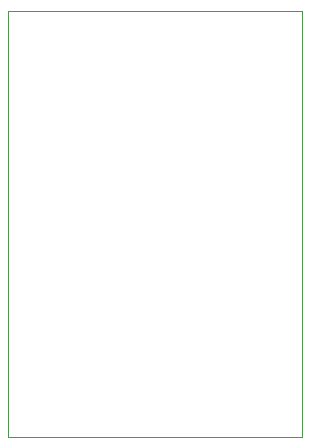
<source format=gbr>
%FSLAX46Y46*%
G04 Gerber Fmt 4.6, Leading zero omitted, Abs format (unit mm)*
G04 Created by KiCad (PCBNEW (2014-jul-16 BZR unknown)-product) date Thu 25 Sep 2014 17:50:32 CEST*
%MOMM*%
G01*
G04 APERTURE LIST*
%ADD10C,0.150000*%
%ADD11C,0.100000*%
G04 APERTURE END LIST*
D10*
D11*
X208534000Y-165354000D02*
X208534000Y-129286000D01*
X233426000Y-165354000D02*
X208534000Y-165354000D01*
X233426000Y-129286000D02*
X233426000Y-165354000D01*
X208534000Y-129286000D02*
X233426000Y-129286000D01*
M02*

</source>
